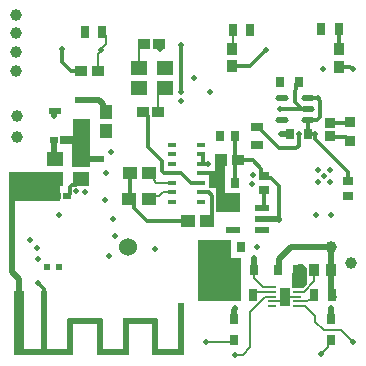
<source format=gbl>
G04*
G04 #@! TF.GenerationSoftware,Altium Limited,Altium Designer,23.6.0 (18)*
G04*
G04 Layer_Physical_Order=6*
G04 Layer_Color=16711680*
%FSLAX44Y44*%
%MOMM*%
G71*
G04*
G04 #@! TF.SameCoordinates,26645B5F-4E51-4842-B81F-BC902FA672D2*
G04*
G04*
G04 #@! TF.FilePolarity,Positive*
G04*
G01*
G75*
%ADD12C,0.2000*%
%ADD18R,1.1581X1.0121*%
%ADD19R,0.7500X0.9000*%
%ADD23R,1.0121X1.1581*%
%ADD69C,0.5000*%
%ADD70C,0.3000*%
%ADD71C,0.3500*%
%ADD72C,1.0000*%
%ADD73C,1.5240*%
%ADD74C,0.4700*%
G04:AMPARAMS|DCode=75|XSize=1.1071mm|YSize=0.5358mm|CornerRadius=0.2679mm|HoleSize=0mm|Usage=FLASHONLY|Rotation=0.000|XOffset=0mm|YOffset=0mm|HoleType=Round|Shape=RoundedRectangle|*
%AMROUNDEDRECTD75*
21,1,1.1071,0.0000,0,0,0.0*
21,1,0.5713,0.5358,0,0,0.0*
1,1,0.5358,0.2857,0.0000*
1,1,0.5358,-0.2857,0.0000*
1,1,0.5358,-0.2857,0.0000*
1,1,0.5358,0.2857,0.0000*
%
%ADD75ROUNDEDRECTD75*%
%ADD76C,0.2540*%
%ADD77R,0.8000X1.0000*%
%ADD78R,0.9682X1.0065*%
%ADD79R,0.9500X0.9000*%
%ADD80R,0.8121X0.9311*%
%ADD81R,1.4000X1.2000*%
%ADD82R,0.8621X0.7565*%
%ADD83R,1.0065X0.9682*%
%ADD84R,0.6600X0.6200*%
%ADD85R,1.0500X0.6000*%
%ADD86R,1.1311X0.9121*%
%ADD87R,0.7500X0.3500*%
%ADD88R,1.0000X0.7500*%
%ADD89R,1.2000X0.6000*%
%ADD90R,0.8121X0.7581*%
G04:AMPARAMS|DCode=91|XSize=0.23mm|YSize=0.7mm|CornerRadius=0.0495mm|HoleSize=0mm|Usage=FLASHONLY|Rotation=90.000|XOffset=0mm|YOffset=0mm|HoleType=Round|Shape=RoundedRectangle|*
%AMROUNDEDRECTD91*
21,1,0.2300,0.6011,0,0,90.0*
21,1,0.1311,0.7000,0,0,90.0*
1,1,0.0989,0.3005,0.0656*
1,1,0.0989,0.3005,-0.0656*
1,1,0.0989,-0.3005,-0.0656*
1,1,0.0989,-0.3005,0.0656*
%
%ADD91ROUNDEDRECTD91*%
G04:AMPARAMS|DCode=92|XSize=1.5mm|YSize=0.9mm|CornerRadius=0.0495mm|HoleSize=0mm|Usage=FLASHONLY|Rotation=90.000|XOffset=0mm|YOffset=0mm|HoleType=Round|Shape=RoundedRectangle|*
%AMROUNDEDRECTD92*
21,1,1.5000,0.8010,0,0,90.0*
21,1,1.4010,0.9000,0,0,90.0*
1,1,0.0990,0.4005,0.7005*
1,1,0.0990,0.4005,-0.7005*
1,1,0.0990,-0.4005,-0.7005*
1,1,0.0990,-0.4005,0.7005*
%
%ADD92ROUNDEDRECTD92*%
%ADD93R,0.8000X0.9000*%
%ADD94R,0.4750X0.5000*%
%ADD95R,0.7500X1.0000*%
%ADD96R,0.9000X1.0500*%
%ADD97R,0.7581X0.8121*%
%ADD98R,3.0000X0.5000*%
%ADD99R,5.0000X0.5000*%
%ADD100R,0.5000X5.4000*%
%ADD101R,0.9000X5.4000*%
%ADD102R,0.5000X3.1400*%
%ADD103R,0.5000X3.1400*%
%ADD104R,2.7000X0.5000*%
%ADD105R,3.0000X0.5000*%
%ADD106R,0.5000X4.4400*%
G36*
X7070Y142697D02*
Y164803D01*
X50373D01*
Y140422D01*
X10345D01*
X7070Y142697D01*
D02*
G37*
G36*
X50579Y194756D02*
Y188390D01*
X60796D01*
Y168820D01*
X75729D01*
Y172750D01*
X87832D01*
Y178173D01*
X75807D01*
Y209767D01*
X61111D01*
Y194756D01*
X50579D01*
D02*
G37*
G36*
X203535Y55490D02*
X167259D01*
Y106897D01*
X195242D01*
Y91811D01*
X203535D01*
Y55492D01*
X203535Y55490D01*
D02*
G37*
G36*
X247096Y78023D02*
Y66789D01*
X247798Y66087D01*
X247835Y66124D01*
X256482D01*
X259438Y69080D01*
X259438Y83453D01*
X256313Y86578D01*
X251783D01*
X247096Y78023D01*
D02*
G37*
G36*
X165974Y165194D02*
Y161744D01*
X176839D01*
Y150939D01*
X182722D01*
Y131111D01*
X202405D01*
Y146845D01*
X189767D01*
Y169312D01*
X192071D01*
Y179499D01*
X181521D01*
Y165194D01*
X165974D01*
X165974Y165194D01*
D02*
G37*
D12*
X229842Y58998D02*
X229992Y59148D01*
X216432Y63148D02*
X229992D01*
X211093Y46156D02*
X223935Y58998D01*
X229842D01*
X211093Y16191D02*
Y46156D01*
X198788Y10056D02*
X204958D01*
X211093Y16191D01*
X271303Y10125D02*
X277558Y16380D01*
Y20404D02*
X279862Y22708D01*
X273473Y30499D02*
X288037D01*
X298142Y20395D01*
X277558Y16380D02*
Y20404D01*
X266137Y37835D02*
X273473Y30499D01*
X266137Y37835D02*
Y42711D01*
X279862Y39708D02*
X280093Y39939D01*
X257700Y51148D02*
X266137Y42711D01*
X250993Y67148D02*
X256067D01*
X256636Y63298D02*
X265366Y72028D01*
X256067Y67148D02*
X258526Y69607D01*
X259202Y55148D02*
X260585Y56532D01*
X250993Y55148D02*
X259202D01*
X260585Y56532D02*
X262942D01*
X265692Y59282D01*
Y60418D01*
X265263Y81717D02*
X265366Y81615D01*
Y72028D02*
Y81615D01*
X256192Y78508D02*
X258526Y76175D01*
Y69607D02*
Y76175D01*
X214830Y74609D02*
X222290Y67148D01*
X229992D01*
X214830Y74609D02*
Y82008D01*
X213702Y60418D02*
X216432Y63148D01*
X195065Y20461D02*
X197312Y22708D01*
X174285Y20461D02*
X195065D01*
X250782Y81258D02*
Y82008D01*
Y81258D02*
X253532Y78508D01*
X256192D01*
X248168Y75279D02*
Y79394D01*
X250782Y82008D01*
X248168Y75279D02*
X250653Y72794D01*
X229992Y55148D02*
X237492D01*
X250993Y51148D02*
X257700D01*
X250993Y63148D02*
X251143Y63298D01*
X256636D01*
X241922Y59148D02*
X250993D01*
X196366Y268776D02*
X196588Y268997D01*
Y269517D01*
Y285029D01*
X89082Y273005D02*
Y280189D01*
X86258Y283012D02*
X89082Y280189D01*
X138578Y235310D02*
X139578D01*
X133573Y230305D02*
X138578Y235310D01*
X133573Y215191D02*
Y230305D01*
X84949Y268873D02*
X89082Y273005D01*
X82249Y250338D02*
Y264820D01*
X84949Y267520D01*
Y268197D02*
Y268873D01*
Y267520D02*
Y268197D01*
X120893Y273020D02*
X121659D01*
X117332Y249885D02*
Y269460D01*
X120893Y273020D01*
X128003Y142936D02*
X129679Y144612D01*
X127118Y142936D02*
X128942Y141112D01*
X127118Y142936D02*
X128003D01*
X129679Y144612D02*
X134184D01*
X128601Y162136D02*
Y163782D01*
X143600Y147488D02*
X145600D01*
X137172Y147601D02*
X143488D01*
X129853Y157539D02*
Y162531D01*
X134184Y144612D02*
X137172Y147601D01*
X131903Y155488D02*
X145600D01*
X129853Y157539D02*
X131903Y155488D01*
X128601Y163782D02*
X129853Y162531D01*
X143488Y147601D02*
X143600Y147488D01*
D18*
X125812Y164076D02*
D03*
X109273D02*
D03*
X158507Y122734D02*
D03*
X175047D02*
D03*
X125667Y141329D02*
D03*
X109127D02*
D03*
D19*
X252468Y241136D02*
D03*
X236968D02*
D03*
X244754Y196506D02*
D03*
X260254D02*
D03*
X214830Y82008D02*
D03*
X199330D02*
D03*
X235282D02*
D03*
X250782D02*
D03*
D23*
X89046Y199241D02*
D03*
Y215781D02*
D03*
D69*
X279409Y100722D02*
X279763Y92809D01*
X248005Y101055D02*
X279409Y100722D01*
X169983Y104121D02*
X170389D01*
X173227Y101282D01*
X190991D01*
X9449Y79756D02*
X11264Y77940D01*
X15263Y73942D01*
X280228Y60883D02*
X280692Y60418D01*
Y60222D02*
Y60418D01*
X280093Y39939D02*
Y49313D01*
X280692Y60222D02*
X281942Y58972D01*
X221431Y124612D02*
X235568D01*
X280228Y60883D02*
Y81253D01*
X279763Y81717D02*
X280228Y81253D01*
X279763Y81717D02*
Y92809D01*
X214730Y82108D02*
X214830Y82008D01*
X214730Y82108D02*
Y91910D01*
X197312Y39708D02*
Y47361D01*
X198376Y48424D01*
Y49101D01*
X235282Y82008D02*
X235486Y82212D01*
X245880Y101055D02*
X248005D01*
X244416Y99591D02*
X245880Y101055D01*
X235486Y90661D02*
X244416Y99591D01*
X235486Y82212D02*
Y90661D01*
X237505Y196506D02*
X244754D01*
X15263Y62473D02*
Y73942D01*
X9449Y79756D02*
Y147598D01*
X86485Y218342D02*
X89046Y215781D01*
X86485Y218342D02*
Y222509D01*
X83556Y225438D02*
X86485Y222509D01*
X67803Y225438D02*
X83556D01*
X45191Y212222D02*
Y215438D01*
X45691Y215938D01*
X45803D01*
X43074Y161597D02*
X47902Y156769D01*
X44954Y191798D02*
X44990D01*
X45590Y191198D01*
Y176081D02*
X47050Y174621D01*
Y172962D02*
Y174621D01*
X45590Y176081D02*
Y191198D01*
D70*
X59417Y250338D02*
X67732D01*
X52161Y257594D02*
Y268587D01*
Y257594D02*
X59417Y250338D01*
X119167Y215191D02*
X120762D01*
X121857D01*
X213734Y174474D02*
X220684Y167525D01*
X201211Y174474D02*
X213734D01*
X220684Y163834D02*
Y167525D01*
Y163834D02*
X222975Y161543D01*
X235568Y124612D02*
Y152973D01*
X223245Y161543D02*
X225475Y159312D01*
X229229D01*
X235568Y152973D01*
X222975Y161543D02*
X223245D01*
X280158Y193863D02*
X292623D01*
X278652Y195368D02*
X280158Y193863D01*
X292623D02*
X295623Y190863D01*
X248988Y223908D02*
X254971Y217925D01*
X248988Y232900D02*
X250539Y234451D01*
X248988Y223908D02*
Y232900D01*
X250539Y239207D02*
X252468Y241136D01*
X250539Y234451D02*
Y239207D01*
X60260Y153946D02*
X63726D01*
X58502Y152188D02*
X60260Y153946D01*
X56702Y144403D02*
X56902D01*
X58502Y146003D02*
Y152188D01*
X56902Y144403D02*
X58502Y146003D01*
X236795Y218107D02*
X254971D01*
X257924Y217925D02*
X260142D01*
X254971D02*
X257924D01*
X36853Y62473D02*
Y65406D01*
X179088Y128093D02*
X179090Y128095D01*
X175777Y122734D02*
X179088Y126045D01*
X175047Y122734D02*
X175777D01*
X179088Y126045D02*
Y128093D01*
X235568Y124208D02*
Y124612D01*
X237492Y55148D02*
X240492Y58148D01*
X241207Y59863D02*
X241922Y59148D01*
X240492Y58148D02*
Y59148D01*
Y60578D01*
X278652Y194774D02*
Y195368D01*
X295189Y206179D02*
X295873Y206863D01*
X278652Y206179D02*
X295189D01*
X286395Y285399D02*
X286607Y285186D01*
X196366Y254258D02*
X211013D01*
X224949Y268194D01*
X286607Y253866D02*
X295889D01*
X298143Y251613D01*
X286607Y269125D02*
Y285186D01*
Y268383D02*
Y269125D01*
X298143Y251613D02*
X298340D01*
X236613Y218289D02*
X236795Y218107D01*
X198372Y155040D02*
Y171636D01*
X201211Y174474D01*
X198411Y177274D02*
X201211Y174474D01*
X198411Y177274D02*
Y194938D01*
X31736Y70523D02*
Y70523D01*
Y70523D02*
X36853Y65406D01*
X63726Y153946D02*
X68226Y158446D01*
X121857Y215191D02*
X124918Y212130D01*
Y185822D02*
Y212130D01*
X153071Y163488D02*
X161071Y155488D01*
X169600D01*
X124918Y185822D02*
X136603Y174136D01*
Y165246D02*
Y174136D01*
X179090Y128095D02*
Y144615D01*
X169600Y171488D02*
X171793Y171682D01*
X171850Y171687D02*
X175727D01*
X171793Y171682D02*
X171850Y171687D01*
X169600Y179488D02*
X171600D01*
X171850Y179238D01*
Y171738D02*
Y179238D01*
X176217Y147488D02*
X179090Y144615D01*
X169600Y147488D02*
X176217D01*
X145600Y163488D02*
X153071D01*
X136603Y165246D02*
X138361Y163488D01*
X145600D01*
D71*
X124035Y122734D02*
X158507D01*
X109127Y141329D02*
X109611D01*
X112921Y138019D01*
Y133848D02*
Y138019D01*
Y133848D02*
X124035Y122734D01*
X152680Y232456D02*
X153097D01*
Y271999D01*
X267904Y208425D02*
X270784Y211304D01*
X268901Y226703D02*
X270784Y224821D01*
Y211304D02*
Y224821D01*
X260652Y227229D02*
X268700D01*
X260450Y227431D02*
X260652Y227229D01*
X268700D02*
X268901Y227028D01*
Y226703D02*
Y227028D01*
X260142Y208425D02*
X267904D01*
X260254Y196411D02*
X266063D01*
X260198Y196562D02*
X260254Y196506D01*
X260198Y196562D02*
Y208369D01*
X260142Y208425D02*
X260198Y208369D01*
X193035Y135362D02*
Y140140D01*
X221431Y134112D02*
X221995D01*
X223245Y135362D01*
X193035D02*
X194285Y134112D01*
X196431D01*
X294350Y157090D02*
Y164603D01*
X266111Y192842D02*
X294350Y164603D01*
X266111Y192842D02*
Y196363D01*
X260254Y196411D02*
Y196506D01*
X216843Y202813D02*
X218093D01*
X266063Y196411D02*
X266111Y196363D01*
X252504Y186965D02*
Y196236D01*
X235991Y184914D02*
X250454D01*
X252504Y186965D01*
X218093Y202813D02*
X235991Y184914D01*
X185832Y155040D02*
Y155310D01*
X177654Y163488D02*
X185832Y155310D01*
Y155040D02*
X186263Y155471D01*
Y174044D01*
X186693Y174474D01*
X223245Y135362D02*
Y149003D01*
X185832Y147343D02*
X193035Y140140D01*
X185832Y147343D02*
Y155040D01*
X169600Y163488D02*
X177654D01*
X109273Y141475D02*
Y164076D01*
X109127Y141329D02*
X109273Y141475D01*
D72*
X297101Y87912D02*
D03*
X279409Y100722D02*
D03*
X12858Y281866D02*
D03*
Y249875D02*
D03*
Y297862D02*
D03*
Y265871D02*
D03*
X13776Y211873D02*
D03*
X14280Y194065D02*
D03*
D73*
X107634Y100997D02*
D03*
D74*
X52161Y268587D02*
D03*
X119167Y215191D02*
D03*
X88768Y199314D02*
D03*
X152738Y224484D02*
D03*
X93659Y181905D02*
D03*
X203531Y101282D02*
D03*
X187369Y96147D02*
D03*
X180148Y96147D02*
D03*
X187369Y89044D02*
D03*
X169983Y104121D02*
D03*
X152680Y232456D02*
D03*
X64002Y148446D02*
D03*
X268901Y227028D02*
D03*
X85255Y175465D02*
D03*
X25367Y106879D02*
D03*
X68226Y158446D02*
D03*
X49693Y128162D02*
D03*
X71258Y283012D02*
D03*
X45191Y212222D02*
D03*
X71226Y147930D02*
D03*
X47050Y172962D02*
D03*
X274050Y161154D02*
D03*
X269050Y166153D02*
D03*
Y156153D02*
D03*
X279050D02*
D03*
Y166153D02*
D03*
X213356Y162371D02*
D03*
X236613Y218289D02*
D03*
X237505Y196506D02*
D03*
X224949Y268194D02*
D03*
X272840Y251613D02*
D03*
X266063Y196411D02*
D03*
X260142Y208425D02*
D03*
X236968Y241136D02*
D03*
X252504Y196506D02*
D03*
X235970Y227361D02*
D03*
X9449Y147598D02*
D03*
X31736Y70523D02*
D03*
X49667Y84338D02*
D03*
X39146D02*
D03*
X11264Y77940D02*
D03*
X31320Y91059D02*
D03*
X91829Y93384D02*
D03*
X96608Y110507D02*
D03*
X95507Y124598D02*
D03*
X88659Y140986D02*
D03*
X31252Y100366D02*
D03*
X9505Y153799D02*
D03*
X117332Y249885D02*
D03*
X128942Y141112D02*
D03*
X130400Y99538D02*
D03*
X134949Y269020D02*
D03*
X136578Y250706D02*
D03*
X163827Y243875D02*
D03*
X135737Y235548D02*
D03*
X177002Y232068D02*
D03*
X198788Y10056D02*
D03*
X271303Y10125D02*
D03*
X298142Y20395D02*
D03*
X295604Y206593D02*
D03*
X294350Y144073D02*
D03*
X278652Y195368D02*
D03*
X271394Y285399D02*
D03*
X211588Y285029D02*
D03*
X279607Y128490D02*
D03*
X298340Y251613D02*
D03*
X286607Y269125D02*
D03*
X216757Y100885D02*
D03*
X198376Y49101D02*
D03*
X221431Y115112D02*
D03*
X214730Y91910D02*
D03*
X250653Y72794D02*
D03*
X266916Y127947D02*
D03*
X280093Y49313D02*
D03*
X235568Y124208D02*
D03*
X240492Y60578D02*
D03*
X172927Y89044D02*
D03*
X187369Y81941D02*
D03*
X172927Y96147D02*
D03*
Y81941D02*
D03*
X179970D02*
D03*
X180148Y89044D02*
D03*
X175727Y171687D02*
D03*
X185872Y194938D02*
D03*
X213270Y154773D02*
D03*
X89046Y214264D02*
D03*
X88954Y164056D02*
D03*
X117578Y235310D02*
D03*
X216843Y186813D02*
D03*
X128601Y163782D02*
D03*
X153097Y271999D02*
D03*
X174285Y20461D02*
D03*
X221431Y134112D02*
D03*
X196588Y269517D02*
D03*
X84949Y268197D02*
D03*
D75*
X260450Y227431D02*
D03*
X238131Y227425D02*
D03*
Y208425D02*
D03*
X260142D02*
D03*
Y217925D02*
D03*
D76*
X36853Y62473D02*
D03*
X15263D02*
D03*
D77*
X271394Y285399D02*
D03*
X286395D02*
D03*
X211588Y285029D02*
D03*
X196588D02*
D03*
X71258Y283012D02*
D03*
X86258D02*
D03*
D78*
X286607Y268383D02*
D03*
Y253866D02*
D03*
X196366Y268776D02*
D03*
Y254258D02*
D03*
D79*
X295873Y190863D02*
D03*
Y206863D02*
D03*
D80*
X278652Y195368D02*
D03*
Y206179D02*
D03*
D81*
X139578Y235310D02*
D03*
X117578D02*
D03*
Y252310D02*
D03*
X139578D02*
D03*
X68226Y175446D02*
D03*
X46225D02*
D03*
Y158446D02*
D03*
X68226D02*
D03*
D82*
X294350Y144073D02*
D03*
Y157090D02*
D03*
D83*
X82249Y250338D02*
D03*
X67732D02*
D03*
X186693Y174474D02*
D03*
X201211D02*
D03*
D84*
X44954Y191798D02*
D03*
X53755D02*
D03*
X56702Y144403D02*
D03*
X47902D02*
D03*
D85*
X67803Y225438D02*
D03*
Y206438D02*
D03*
X45803Y215938D02*
D03*
D86*
X121659Y273020D02*
D03*
X134469D02*
D03*
X120762Y215191D02*
D03*
X133573D02*
D03*
D87*
X169600Y139488D02*
D03*
Y147488D02*
D03*
Y155488D02*
D03*
Y163488D02*
D03*
Y171488D02*
D03*
Y179488D02*
D03*
Y187488D02*
D03*
X145600D02*
D03*
Y179488D02*
D03*
Y171488D02*
D03*
Y163488D02*
D03*
Y155488D02*
D03*
Y147488D02*
D03*
Y139488D02*
D03*
D88*
X216843Y187812D02*
D03*
Y202813D02*
D03*
D89*
X196431Y134112D02*
D03*
Y115112D02*
D03*
X221431D02*
D03*
Y124612D02*
D03*
Y134112D02*
D03*
D90*
X223245Y149003D02*
D03*
Y161543D02*
D03*
D91*
X229992Y51148D02*
D03*
Y55148D02*
D03*
Y59148D02*
D03*
Y63148D02*
D03*
Y67148D02*
D03*
X250993Y51148D02*
D03*
Y55148D02*
D03*
Y59148D02*
D03*
Y63148D02*
D03*
Y67148D02*
D03*
D92*
X240492Y59148D02*
D03*
D93*
X279862Y39708D02*
D03*
Y22708D02*
D03*
X197312Y39708D02*
D03*
Y22708D02*
D03*
D94*
X39027Y84338D02*
D03*
X49266D02*
D03*
D95*
X280692Y60418D02*
D03*
X265692D02*
D03*
X213702Y60418D02*
D03*
X198702D02*
D03*
D96*
X265263Y81717D02*
D03*
X279763D02*
D03*
D97*
X203531Y101282D02*
D03*
X190991D02*
D03*
X185832Y155040D02*
D03*
X198372D02*
D03*
X185872Y194938D02*
D03*
X198411D02*
D03*
D98*
X71375Y38493D02*
D03*
D99*
X36373Y12100D02*
D03*
D100*
X36873Y36586D02*
D03*
D101*
X15873Y36593D02*
D03*
D102*
X58873Y25286D02*
D03*
X130873D02*
D03*
D103*
X83873D02*
D03*
X105873D02*
D03*
D104*
X94873Y12100D02*
D03*
X141873D02*
D03*
D105*
X118375Y38493D02*
D03*
D106*
X152873Y31793D02*
D03*
M02*

</source>
